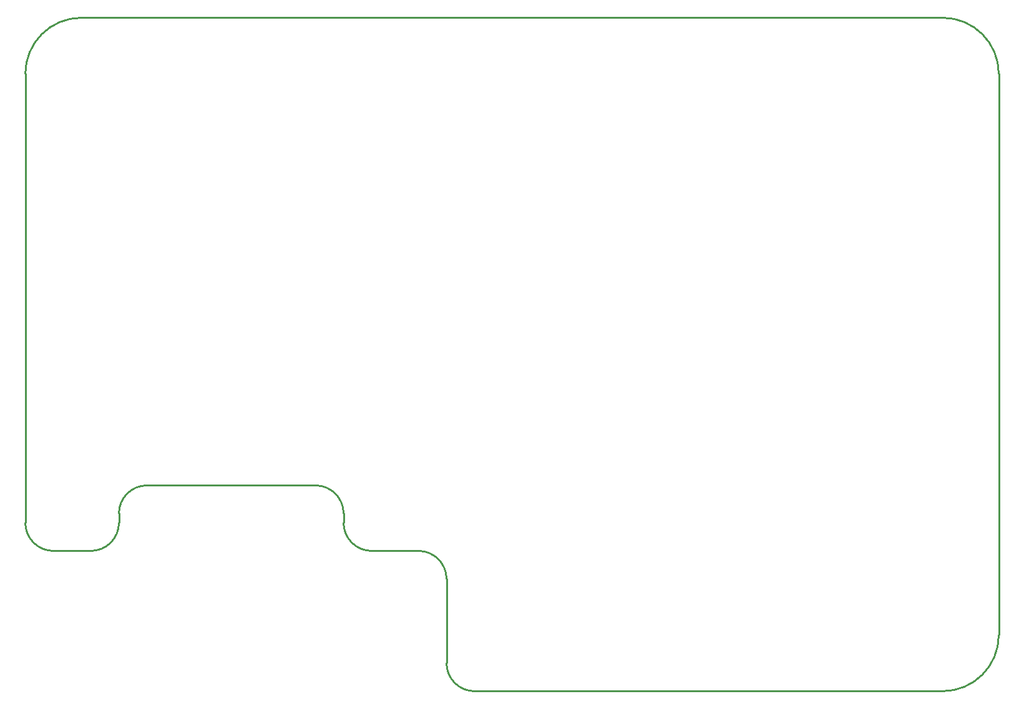
<source format=gko>
G04 Layer: BoardOutline*
G04 EasyEDA v6.4.25, 2021-11-15T20:25:19--5:00*
G04 f133b9dff01e4a4db271285c1a4d3a4a,c6d70c2b7c21449b8329efc8d1611fca,10*
G04 Gerber Generator version 0.2*
G04 Scale: 100 percent, Rotated: No, Reflected: No *
G04 Dimensions in inches *
G04 leading zeros omitted , absolute positions ,3 integer and 6 decimal *
%FSLAX36Y36*%
%MOIN*%

%ADD10C,0.0100*%
D10*
X5000000Y3300000D02*
G01*
X400000Y3300000D01*
X5300000Y0D02*
G01*
X5300000Y3000000D01*
X2200000Y450000D02*
G01*
X1950000Y450000D01*
X5000000Y-300000D02*
G01*
X2500000Y-300000D01*
X2350000Y300000D02*
G01*
X2350000Y-150000D01*
X1800000Y650000D02*
G01*
X1800000Y600000D01*
X600000Y650000D02*
G01*
X600000Y600000D01*
X100000Y3000000D02*
G01*
X100000Y600000D01*
X250000Y450000D02*
G01*
X450000Y450000D01*
X750000Y800000D02*
G01*
X1650000Y800000D01*
G75*
G01*
X5000000Y-300000D02*
G03*
X5300000Y0I0J300000D01*
G75*
G01*
X5300000Y3000000D02*
G03*
X5000000Y3300000I-300000J0D01*
G75*
G01*
X400000Y3300000D02*
G03*
X100000Y3000000I0J-300000D01*
G75*
G01*
X1800000Y650000D02*
G03*
X1650000Y800000I-150000J0D01*
G75*
G01*
X750000Y800000D02*
G03*
X600000Y650000I0J-150000D01*
G75*
G01*
X1800000Y600000D02*
G03*
X1950000Y450000I150000J0D01*
G75*
G01*
X450000Y450000D02*
G03*
X600000Y600000I0J150000D01*
G75*
G01*
X100000Y600000D02*
G03*
X250000Y450000I150000J0D01*
G75*
G01*
X2350000Y300000D02*
G03*
X2200000Y450000I-150000J0D01*
G75*
G01*
X2350000Y-150000D02*
G03*
X2500000Y-300000I150000J0D01*

%LPD*%
M02*

</source>
